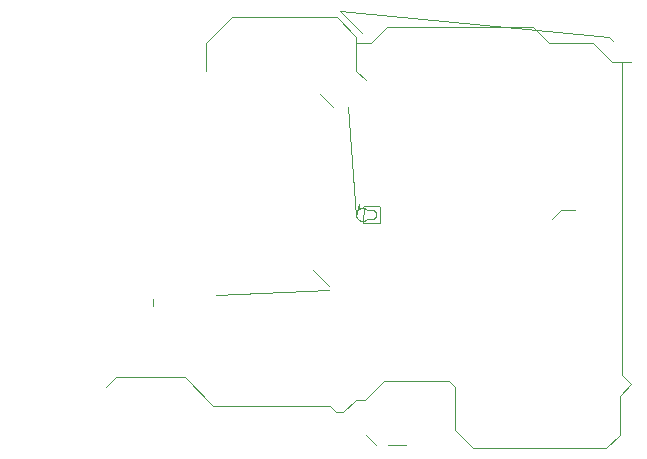
<source format=gbr>
From acc0cf2d9e754f9964aa8c8a6b1b4d68d75325de Mon Sep 17 00:00:00 2001
From: jaseg <git@jaseg.net>
Date: Thu, 29 Nov 2018 17:27:14 +0900
Subject: pcb: Fix a bunch of kicady layout errors

---
 pcb/gerber/securehid-B.Cu.gbr | 236 ++++++++++++++++++++++--------------------
 1 file changed, 121 insertions(+), 115 deletions(-)

(limited to 'pcb/gerber/securehid-B.Cu.gbr')

diff --git a/pcb/gerber/securehid-B.Cu.gbr b/pcb/gerber/securehid-B.Cu.gbr
index 23908bf..3cbfa04 100644
--- a/pcb/gerber/securehid-B.Cu.gbr
+++ b/pcb/gerber/securehid-B.Cu.gbr
@@ -1,12 +1,12 @@
 G04 #@! TF.GenerationSoftware,KiCad,Pcbnew,(5.0.1)*
-G04 #@! TF.CreationDate,2018-11-29T09:51:47+09:00*
+G04 #@! TF.CreationDate,2018-11-29T17:22:57+09:00*
 G04 #@! TF.ProjectId,securehid,7365637572656869642E6B696361645F,rev?*
 G04 #@! TF.SameCoordinates,Original*
 G04 #@! TF.FileFunction,Copper,L2,Bot,Signal*
 G04 #@! TF.FilePolarity,Positive*
 %FSLAX46Y46*%
 G04 Gerber Fmt 4.6, Leading zero omitted, Abs format (unit mm)*
-G04 Created by KiCad (PCBNEW (5.0.1)) date Thu Nov 29 09:51:47 2018*
+G04 Created by KiCad (PCBNEW (5.0.1)) date Thu Nov 29 17:22:57 2018*
 %MOMM*%
 %LPD*%
 G01*
@@ -6208,6 +6208,10 @@ G04 #@! TO.P,TP57,1*
 G04 #@! TO.N,Net-(TP57-Pad1)*
 X81750000Y-88000000D03*
 G04 #@! TD*
+G04 #@! TO.P,TP58,1*
+G04 #@! TO.N,Net-(TP58-Pad1)*
+X90750000Y-78500000D03*
+G04 #@! TD*
 G04 #@! TO.P,TP59,1*
 G04 #@! TO.N,Net-(TP59-Pad1)*
 X82250000Y-91500000D03*
@@ -7154,7 +7158,7 @@ X66000000Y-88000000D03*
 X55000000Y-93000000D03*
 X65000000Y-59000000D03*
 X65000000Y-64000000D03*
-X58000000Y-58000000D03*
+X55500000Y-58000000D03*
 X59000000Y-52000000D03*
 X72000000Y-52000000D03*
 X85000000Y-52000000D03*
@@ -7173,7 +7177,6 @@ X85800000Y-83200000D03*
 X83600000Y-83200000D03*
 X68800000Y-82600000D03*
 X74600000Y-87800000D03*
-X106000000Y-78900000D03*
 X56100000Y-87200000D03*
 X72225000Y-86250000D03*
 D34*
@@ -7198,15 +7201,13 @@ X82000000Y-65000000D03*
 D35*
 X91600000Y-66100000D03*
 X91600000Y-95900000D03*
+D32*
+X66500000Y-96000000D03*
 D33*
 G04 #@! TO.N,Net-(BT1-Pad1)*
 X88675000Y-85460662D03*
 X73195094Y-85625000D03*
 X60600000Y-88700000D03*
-D32*
-G04 #@! TO.N,GND*
-X66500000Y-96000000D03*
-D33*
 G04 #@! TO.N,+3V3*
 X89600000Y-82400000D03*
 X77600000Y-85300000D03*
@@ -7565,10 +7566,6 @@ X87185049Y-84899989D01*
 X85800000Y-83200000D02*
 X87185049Y-84585049D01*
 D38*
-X108000000Y-78120000D02*
-X106780000Y-78120000D01*
-X106780000Y-78120000D02*
-X106000000Y-78900000D01*
 X72225000Y-85670092D02*
 X72225000Y-86250000D01*
 X73194164Y-84700928D02*
@@ -8877,79 +8874,6 @@ X92170000Y-98000000D02*
 X93670000Y-98000000D01*
 X90250000Y-97125000D02*
 X91125000Y-98000000D01*
-G04 #@! TO.N,Net-(Q1-Pad3)*
-X90250000Y-67125000D02*
-X89449990Y-66324990D01*
-X89449990Y-63449990D02*
-X87800000Y-61800000D01*
-X112200000Y-65625000D02*
-X112750000Y-65625000D01*
-X76700000Y-64000000D02*
-X76700000Y-66325000D01*
-X78900000Y-61800000D02*
-X76700000Y-64000000D01*
-X87800000Y-61800000D02*
-X78900000Y-61800000D01*
-X89449990Y-66324990D02*
-X89449990Y-64000000D01*
-X89449990Y-64000000D02*
-X89449990Y-63449990D01*
-X87750000Y-95250000D02*
-X88375000Y-95250000D01*
-X87200000Y-94700000D02*
-X87750000Y-95250000D01*
-X77368274Y-94700000D02*
-X87200000Y-94700000D01*
-X74918274Y-92250000D02*
-X77368274Y-94700000D01*
-X68250000Y-93125000D02*
-X69125000Y-92250000D01*
-X69125000Y-92250000D02*
-X74918274Y-92250000D01*
-X99320000Y-98270000D02*
-X110640000Y-98270000D01*
-X97810000Y-96760000D02*
-X99320000Y-98270000D01*
-X110640000Y-98270000D02*
-X111780000Y-97130000D01*
-X90240000Y-94230000D02*
-X91845001Y-92624999D01*
-X111780000Y-93845000D02*
-X112750000Y-92875000D01*
-X111780000Y-97130000D02*
-X111780000Y-93845000D01*
-X89395000Y-94230000D02*
-X90240000Y-94230000D01*
-X97810000Y-93110000D02*
-X97810000Y-96760000D01*
-X88375000Y-95250000D02*
-X89395000Y-94230000D01*
-X91845001Y-92624999D02*
-X97324999Y-92624999D01*
-X97324999Y-92624999D02*
-X97810000Y-93110000D01*
-X112750000Y-92875000D02*
-X111949990Y-92074990D01*
-X111975000Y-65625000D02*
-X112200000Y-65625000D01*
-X111949990Y-65650010D02*
-X111975000Y-65625000D01*
-X111949990Y-92074990D02*
-X111949990Y-65650010D01*
-X111125000Y-65625000D02*
-X112200000Y-65625000D01*
-X90695510Y-64000000D02*
-X92095510Y-62600000D01*
-X89449990Y-64000000D02*
-X90695510Y-64000000D01*
-X92095510Y-62600000D02*
-X104390587Y-62600000D01*
-X104390587Y-62600000D02*
-X105790587Y-64000000D01*
-X105790587Y-64000000D02*
-X109500000Y-64000000D01*
-X109500000Y-64000000D02*
-X111125000Y-65625000D01*
 G04 #@! TO.N,Net-(Q2-Pad2)*
 X111200000Y-63825000D02*
 X110875000Y-63500000D01*
@@ -9036,6 +8960,78 @@ X88050000Y-61250000D01*
 X88050000Y-61250000D02*
 X89925000Y-63125000D01*
 G04 #@! TO.N,Net-(Q1-Pad3)*
+X90250000Y-67125000D02*
+X89449990Y-66324990D01*
+X89449990Y-63449990D02*
+X87800000Y-61800000D01*
+X112200000Y-65625000D02*
+X112750000Y-65625000D01*
+X76700000Y-64000000D02*
+X76700000Y-66325000D01*
+X78900000Y-61800000D02*
+X76700000Y-64000000D01*
+X87800000Y-61800000D02*
+X78900000Y-61800000D01*
+X89449990Y-66324990D02*
+X89449990Y-64000000D01*
+X89449990Y-64000000D02*
+X89449990Y-63449990D01*
+X87750000Y-95250000D02*
+X88375000Y-95250000D01*
+X87200000Y-94700000D02*
+X87750000Y-95250000D01*
+X77368274Y-94700000D02*
+X87200000Y-94700000D01*
+X74918274Y-92250000D02*
+X77368274Y-94700000D01*
+X68250000Y-93125000D02*
+X69125000Y-92250000D01*
+X69125000Y-92250000D02*
+X74918274Y-92250000D01*
+X99320000Y-98270000D02*
+X110640000Y-98270000D01*
+X97810000Y-96760000D02*
+X99320000Y-98270000D01*
+X110640000Y-98270000D02*
+X111780000Y-97130000D01*
+X90240000Y-94230000D02*
+X91845001Y-92624999D01*
+X111780000Y-93845000D02*
+X112750000Y-92875000D01*
+X111780000Y-97130000D02*
+X111780000Y-93845000D01*
+X89395000Y-94230000D02*
+X90240000Y-94230000D01*
+X97810000Y-93110000D02*
+X97810000Y-96760000D01*
+X88375000Y-95250000D02*
+X89395000Y-94230000D01*
+X91845001Y-92624999D02*
+X97324999Y-92624999D01*
+X97324999Y-92624999D02*
+X97810000Y-93110000D01*
+X112750000Y-92875000D02*
+X111949990Y-92074990D01*
+X111975000Y-65625000D02*
+X112200000Y-65625000D01*
+X111949990Y-65650010D02*
+X111975000Y-65625000D01*
+X111949990Y-92074990D02*
+X111949990Y-65650010D01*
+X111125000Y-65625000D02*
+X112200000Y-65625000D01*
+X90695510Y-64000000D02*
+X92095510Y-62600000D01*
+X89449990Y-64000000D02*
+X90695510Y-64000000D01*
+X92095510Y-62600000D02*
+X104390587Y-62600000D01*
+X104390587Y-62600000D02*
+X105790587Y-64000000D01*
+X105790587Y-64000000D02*
+X109500000Y-64000000D01*
+X109500000Y-64000000D02*
+X111125000Y-65625000D01*
 X87530000Y-69420000D02*
 X86400000Y-68290000D01*
 X88730000Y-69420000D02*
@@ -18752,21 +18748,26 @@ X89450000Y-78609402D01*
 X89533733Y-78811550D01*
 X89688450Y-78966267D01*
 X89890598Y-79050000D01*
-X90109402Y-79050000D01*
-X90311550Y-78966267D01*
-X90402817Y-78875000D01*
-X90786931Y-78875000D01*
-X90896317Y-78853242D01*
-X91020359Y-78770359D01*
-X91103242Y-78646317D01*
-X91132346Y-78500000D01*
-X91103242Y-78353683D01*
-X91020359Y-78229641D01*
-X90896317Y-78146758D01*
-X90786931Y-78125000D01*
-X90402817Y-78125000D01*
-X90311550Y-78033733D01*
-X90109402Y-77950000D01*
+X90005049Y-79050000D01*
+X90014506Y-79097545D01*
+X90069761Y-79180239D01*
+X90152455Y-79235494D01*
+X90250000Y-79254897D01*
+X91250000Y-79254897D01*
+X91347545Y-79235494D01*
+X91430239Y-79180239D01*
+X91485494Y-79097545D01*
+X91504897Y-79000000D01*
+X91504897Y-78000000D01*
+X91485494Y-77902455D01*
+X91430239Y-77819761D01*
+X91347545Y-77764506D01*
+X91250000Y-77745103D01*
+X90250000Y-77745103D01*
+X90152455Y-77764506D01*
+X90069761Y-77819761D01*
+X90014506Y-77902455D01*
+X90005049Y-77950000D01*
 X89890598Y-77950000D01*
 X89729897Y-78016565D01*
 X89729897Y-77587500D01*
@@ -18991,21 +18992,26 @@ X89450000Y-78609402D01*
 X89533733Y-78811550D01*
 X89688450Y-78966267D01*
 X89890598Y-79050000D01*
-X90109402Y-79050000D01*
-X90311550Y-78966267D01*
-X90402817Y-78875000D01*
-X90786931Y-78875000D01*
-X90896317Y-78853242D01*
-X91020359Y-78770359D01*
-X91103242Y-78646317D01*
-X91132346Y-78500000D01*
-X91103242Y-78353683D01*
-X91020359Y-78229641D01*
-X90896317Y-78146758D01*
-X90786931Y-78125000D01*
-X90402817Y-78125000D01*
-X90311550Y-78033733D01*
-X90109402Y-77950000D01*
+X90005049Y-79050000D01*
+X90014506Y-79097545D01*
+X90069761Y-79180239D01*
+X90152455Y-79235494D01*
+X90250000Y-79254897D01*
+X91250000Y-79254897D01*
+X91347545Y-79235494D01*
+X91430239Y-79180239D01*
+X91485494Y-79097545D01*
+X91504897Y-79000000D01*
+X91504897Y-78000000D01*
+X91485494Y-77902455D01*
+X91430239Y-77819761D01*
+X91347545Y-77764506D01*
+X91250000Y-77745103D01*
+X90250000Y-77745103D01*
+X90152455Y-77764506D01*
+X90069761Y-77819761D01*
+X90014506Y-77902455D01*
+X90005049Y-77950000D01*
 X89890598Y-77950000D01*
 X89729897Y-78016565D01*
 X89729897Y-77587500D01*
-- 
cgit 


</source>
